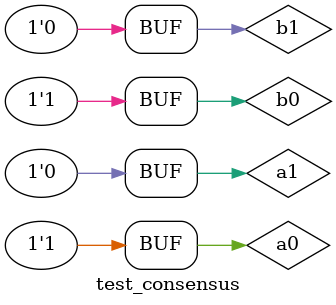
<source format=v>
`include "ternary_logic.v"

module test_consensus();
    reg a0, a1, b0, b1;
    wire out0, out1;
    

    ternary_consensus my_consensus(a0, a1, b0, b1, out0, out1);
    
    // initial begin
    //    $dumpfile("./dumpCons.vcd");
    //    $dumpvars; 
    // end

    initial begin
        $monitor("Input a: %b%b, Input b: %b%b Output: %b%b", a0, a1, b0, b1, out0, out1);
        a0 = 0; a1 = 0; b0 = 0; b1 = 0;
        #5 a0 = 0; a1 = 0; b0 = 0; b1 = 1;
        #5 a0 = 0; a1 = 0; b0 = 1; b1 = 0;
        #5 a0 = 0; a1 = 1; b0 = 0; b1 = 0;
        #5 a0 = 0; a1 = 1; b0 = 0; b1 = 1;
        #5 a0 = 0; a1 = 1; b0 = 1; b1 = 0;
        #5 a0 = 1; a1 = 0; b0 = 0; b1 = 0;
        #5 a0 = 1; a1 = 0; b0 = 0; b1 = 1;
        #5 a0 = 1; a1 = 0; b0 = 1; b1 = 0;
    end

endmodule
</source>
